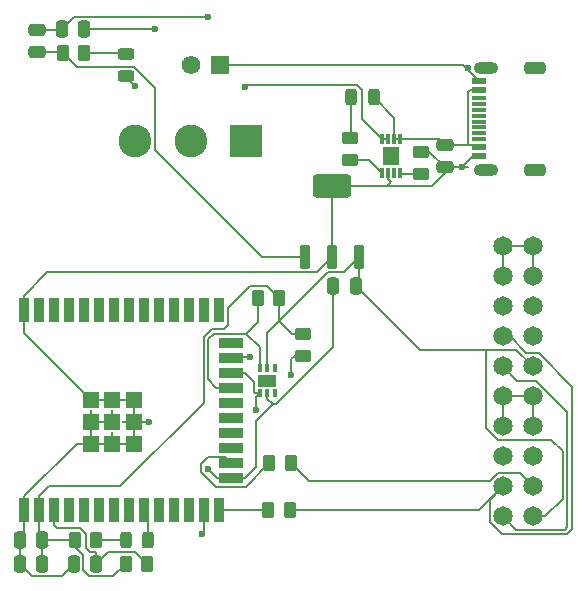
<source format=gbr>
%TF.GenerationSoftware,KiCad,Pcbnew,8.0.6-8.0.6-0~ubuntu24.04.1*%
%TF.CreationDate,2024-10-24T11:21:16+02:00*%
%TF.ProjectId,Projet1,50726f6a-6574-4312-9e6b-696361645f70,rev?*%
%TF.SameCoordinates,Original*%
%TF.FileFunction,Copper,L1,Top*%
%TF.FilePolarity,Positive*%
%FSLAX46Y46*%
G04 Gerber Fmt 4.6, Leading zero omitted, Abs format (unit mm)*
G04 Created by KiCad (PCBNEW 8.0.6-8.0.6-0~ubuntu24.04.1) date 2024-10-24 11:21:16*
%MOMM*%
%LPD*%
G01*
G04 APERTURE LIST*
G04 Aperture macros list*
%AMRoundRect*
0 Rectangle with rounded corners*
0 $1 Rounding radius*
0 $2 $3 $4 $5 $6 $7 $8 $9 X,Y pos of 4 corners*
0 Add a 4 corners polygon primitive as box body*
4,1,4,$2,$3,$4,$5,$6,$7,$8,$9,$2,$3,0*
0 Add four circle primitives for the rounded corners*
1,1,$1+$1,$2,$3*
1,1,$1+$1,$4,$5*
1,1,$1+$1,$6,$7*
1,1,$1+$1,$8,$9*
0 Add four rect primitives between the rounded corners*
20,1,$1+$1,$2,$3,$4,$5,0*
20,1,$1+$1,$4,$5,$6,$7,0*
20,1,$1+$1,$6,$7,$8,$9,0*
20,1,$1+$1,$8,$9,$2,$3,0*%
G04 Aperture macros list end*
%TA.AperFunction,SMDPad,CuDef*%
%ADD10RoundRect,0.250000X-0.450000X0.262500X-0.450000X-0.262500X0.450000X-0.262500X0.450000X0.262500X0*%
%TD*%
%TA.AperFunction,SMDPad,CuDef*%
%ADD11RoundRect,0.250000X0.262500X0.450000X-0.262500X0.450000X-0.262500X-0.450000X0.262500X-0.450000X0*%
%TD*%
%TA.AperFunction,SMDPad,CuDef*%
%ADD12RoundRect,0.250000X-0.262500X-0.450000X0.262500X-0.450000X0.262500X0.450000X-0.262500X0.450000X0*%
%TD*%
%TA.AperFunction,SMDPad,CuDef*%
%ADD13RoundRect,0.250000X0.475000X-0.250000X0.475000X0.250000X-0.475000X0.250000X-0.475000X-0.250000X0*%
%TD*%
%TA.AperFunction,SMDPad,CuDef*%
%ADD14RoundRect,0.111250X0.333750X-0.873750X0.333750X0.873750X-0.333750X0.873750X-0.333750X-0.873750X0*%
%TD*%
%TA.AperFunction,SMDPad,CuDef*%
%ADD15RoundRect,0.246250X1.348750X-0.738750X1.348750X0.738750X-1.348750X0.738750X-1.348750X-0.738750X0*%
%TD*%
%TA.AperFunction,ComponentPad*%
%ADD16R,2.775000X2.775000*%
%TD*%
%TA.AperFunction,ComponentPad*%
%ADD17C,2.775000*%
%TD*%
%TA.AperFunction,SMDPad,CuDef*%
%ADD18R,0.900000X2.000000*%
%TD*%
%TA.AperFunction,SMDPad,CuDef*%
%ADD19R,2.000000X0.900000*%
%TD*%
%TA.AperFunction,SMDPad,CuDef*%
%ADD20R,1.330000X1.330000*%
%TD*%
%TA.AperFunction,ComponentPad*%
%ADD21C,0.300000*%
%TD*%
%TA.AperFunction,SMDPad,CuDef*%
%ADD22RoundRect,0.250000X0.250000X0.475000X-0.250000X0.475000X-0.250000X-0.475000X0.250000X-0.475000X0*%
%TD*%
%TA.AperFunction,SMDPad,CuDef*%
%ADD23RoundRect,0.033750X-0.101250X0.386250X-0.101250X-0.386250X0.101250X-0.386250X0.101250X0.386250X0*%
%TD*%
%TA.AperFunction,SMDPad,CuDef*%
%ADD24R,1.430000X1.630000*%
%TD*%
%TA.AperFunction,SMDPad,CuDef*%
%ADD25R,1.150000X0.600000*%
%TD*%
%TA.AperFunction,SMDPad,CuDef*%
%ADD26R,1.150000X0.300000*%
%TD*%
%TA.AperFunction,ComponentPad*%
%ADD27O,2.100000X1.000000*%
%TD*%
%TA.AperFunction,ComponentPad*%
%ADD28RoundRect,0.250000X0.650000X-0.250000X0.650000X0.250000X-0.650000X0.250000X-0.650000X-0.250000X0*%
%TD*%
%TA.AperFunction,ComponentPad*%
%ADD29C,1.650000*%
%TD*%
%TA.AperFunction,SMDPad,CuDef*%
%ADD30RoundRect,0.243750X-0.243750X-0.456250X0.243750X-0.456250X0.243750X0.456250X-0.243750X0.456250X0*%
%TD*%
%TA.AperFunction,ComponentPad*%
%ADD31R,1.575000X1.575000*%
%TD*%
%TA.AperFunction,ComponentPad*%
%ADD32C,1.575000*%
%TD*%
%TA.AperFunction,SMDPad,CuDef*%
%ADD33RoundRect,0.250000X-0.475000X0.250000X-0.475000X-0.250000X0.475000X-0.250000X0.475000X0.250000X0*%
%TD*%
%TA.AperFunction,SMDPad,CuDef*%
%ADD34R,0.320000X0.660000*%
%TD*%
%TA.AperFunction,SMDPad,CuDef*%
%ADD35R,1.600000X1.000000*%
%TD*%
%TA.AperFunction,SMDPad,CuDef*%
%ADD36RoundRect,0.243750X0.243750X0.456250X-0.243750X0.456250X-0.243750X-0.456250X0.243750X-0.456250X0*%
%TD*%
%TA.AperFunction,SMDPad,CuDef*%
%ADD37RoundRect,0.250000X0.450000X-0.262500X0.450000X0.262500X-0.450000X0.262500X-0.450000X-0.262500X0*%
%TD*%
%TA.AperFunction,SMDPad,CuDef*%
%ADD38RoundRect,0.243750X0.456250X-0.243750X0.456250X0.243750X-0.456250X0.243750X-0.456250X-0.243750X0*%
%TD*%
%TA.AperFunction,ViaPad*%
%ADD39C,0.600000*%
%TD*%
%TA.AperFunction,Conductor*%
%ADD40C,0.200000*%
%TD*%
G04 APERTURE END LIST*
D10*
%TO.P,R11,1*%
%TO.N,+3.3V*%
X122000000Y-130087500D03*
%TO.P,R11,2*%
%TO.N,Net-(U3-SDI{slash}SD1)*%
X122000000Y-131912500D03*
%TD*%
D11*
%TO.P,R9,1*%
%TO.N,+3.3V*%
X120000000Y-127000000D03*
%TO.P,R9,2*%
%TO.N,Net-(U3-SDO{slash}SD0)*%
X118175000Y-127000000D03*
%TD*%
D12*
%TO.P,R6,1*%
%TO.N,Net-(U3-IO13)*%
X119175000Y-141000000D03*
%TO.P,R6,2*%
%TO.N,Net-(J1-Pad13)*%
X121000000Y-141000000D03*
%TD*%
D13*
%TO.P,C3,1*%
%TO.N,Net-(U2-VIN)*%
X99500000Y-106200000D03*
%TO.P,C3,2*%
%TO.N,GNDPWR*%
X99500000Y-104300000D03*
%TD*%
D14*
%TO.P,U2,1,VIN*%
%TO.N,Net-(U2-VIN)*%
X122200000Y-123550000D03*
%TO.P,U2,2,GND_(TAB)*%
%TO.N,GNDPWR*%
X124500000Y-123550000D03*
%TO.P,U2,3,VOUT*%
%TO.N,+3.3V*%
X126800000Y-123550000D03*
D15*
%TO.P,U2,4,GND_(TAB)_2*%
%TO.N,GNDPWR*%
X124500000Y-117500000D03*
%TD*%
D10*
%TO.P,R1,1*%
%TO.N,Net-(D3-Pad2)*%
X126000000Y-113500000D03*
%TO.P,R1,2*%
%TO.N,Net-(U1-STAT)*%
X126000000Y-115325000D03*
%TD*%
D16*
%TO.P,S1,1*%
%TO.N,unconnected-(S1-Pad1)*%
X117200000Y-113750000D03*
D17*
%TO.P,S1,2*%
%TO.N,VCC*%
X112500000Y-113750000D03*
%TO.P,S1,3*%
%TO.N,Net-(D1-Pad1)*%
X107800000Y-113750000D03*
%TD*%
D18*
%TO.P,U3,1,GND*%
%TO.N,GNDPWR*%
X98380000Y-145000000D03*
%TO.P,U3,2,3V3*%
%TO.N,+3.3V*%
X99650000Y-145000000D03*
%TO.P,U3,3,EN*%
%TO.N,Net-(U3-EN)*%
X100920000Y-145000000D03*
%TO.P,U3,4,SENSOR_VP*%
%TO.N,unconnected-(U3-SENSOR_VP-Pad4)*%
X102190000Y-145000000D03*
%TO.P,U3,5,SENSOR_VN*%
%TO.N,unconnected-(U3-SENSOR_VN-Pad5)*%
X103460000Y-145000000D03*
%TO.P,U3,6,IO34*%
%TO.N,unconnected-(U3-IO34-Pad6)*%
X104730000Y-145000000D03*
%TO.P,U3,7,IO35*%
%TO.N,unconnected-(U3-IO35-Pad7)*%
X106000000Y-145000000D03*
%TO.P,U3,8,IO32*%
%TO.N,unconnected-(U3-IO32-Pad8)*%
X107270000Y-145000000D03*
%TO.P,U3,9,IO33*%
%TO.N,Net-(U3-IO33)*%
X108540000Y-145000000D03*
%TO.P,U3,10,IO25*%
%TO.N,unconnected-(U3-IO25-Pad10)*%
X109810000Y-145000000D03*
%TO.P,U3,11,IO26*%
%TO.N,unconnected-(U3-IO26-Pad11)*%
X111080000Y-145000000D03*
%TO.P,U3,12,IO27*%
%TO.N,unconnected-(U3-IO27-Pad12)*%
X112350000Y-145000000D03*
%TO.P,U3,13,IO14*%
%TO.N,Net-(U3-IO14)*%
X113620000Y-145000000D03*
%TO.P,U3,14,IO12*%
%TO.N,Net-(U3-IO12)*%
X114890000Y-145000000D03*
D19*
%TO.P,U3,15,GND*%
%TO.N,GNDPWR*%
X115890000Y-142215000D03*
%TO.P,U3,16,IO13*%
%TO.N,Net-(U3-IO13)*%
X115890000Y-140945000D03*
%TO.P,U3,17,SHD/SD2*%
%TO.N,unconnected-(U3-SHD{slash}SD2-Pad17)*%
X115890000Y-139675000D03*
%TO.P,U3,18,SWP/SD3*%
%TO.N,unconnected-(U3-SWP{slash}SD3-Pad18)*%
X115890000Y-138405000D03*
%TO.P,U3,19,SCS/CMD*%
%TO.N,unconnected-(U3-SCS{slash}CMD-Pad19)*%
X115890000Y-137135000D03*
%TO.P,U3,20,SCK/CLK*%
%TO.N,unconnected-(U3-SCK{slash}CLK-Pad20)*%
X115890000Y-135865000D03*
%TO.P,U3,21,SDO/SD0*%
%TO.N,Net-(U3-SDO{slash}SD0)*%
X115890000Y-134595000D03*
%TO.P,U3,22,SDI/SD1*%
%TO.N,Net-(U3-SDI{slash}SD1)*%
X115890000Y-133325000D03*
%TO.P,U3,23,IO15*%
%TO.N,Net-(U3-IO15)*%
X115890000Y-132055000D03*
%TO.P,U3,24,IO2*%
%TO.N,unconnected-(U3-IO2-Pad24)*%
X115890000Y-130785000D03*
D18*
%TO.P,U3,25,IO0*%
%TO.N,unconnected-(U3-IO0-Pad25)*%
X114890000Y-128000000D03*
%TO.P,U3,26,IO4*%
%TO.N,unconnected-(U3-IO4-Pad26)*%
X113620000Y-128000000D03*
%TO.P,U3,27,IO16*%
%TO.N,unconnected-(U3-IO16-Pad27)*%
X112350000Y-128000000D03*
%TO.P,U3,28,IO17*%
%TO.N,unconnected-(U3-IO17-Pad28)*%
X111080000Y-128000000D03*
%TO.P,U3,29,IO5*%
%TO.N,unconnected-(U3-IO5-Pad29)*%
X109810000Y-128000000D03*
%TO.P,U3,30,IO18*%
%TO.N,unconnected-(U3-IO18-Pad30)*%
X108540000Y-128000000D03*
%TO.P,U3,31,IO19*%
%TO.N,unconnected-(U3-IO19-Pad31)*%
X107270000Y-128000000D03*
%TO.P,U3,32*%
%TO.N,N/C*%
X106000000Y-128000000D03*
%TO.P,U3,33,IO21*%
%TO.N,unconnected-(U3-IO21-Pad33)*%
X104730000Y-128000000D03*
%TO.P,U3,34,RXD0*%
%TO.N,unconnected-(U3-RXD0-Pad34)*%
X103460000Y-128000000D03*
%TO.P,U3,35,TXD0*%
%TO.N,unconnected-(U3-TXD0-Pad35)*%
X102190000Y-128000000D03*
%TO.P,U3,36,IO22*%
%TO.N,unconnected-(U3-IO22-Pad36)*%
X100920000Y-128000000D03*
%TO.P,U3,37,IO23*%
%TO.N,unconnected-(U3-IO23-Pad37)*%
X99650000Y-128000000D03*
%TO.P,U3,38,GND*%
%TO.N,GNDPWR*%
X98380000Y-128000000D03*
D20*
%TO.P,U3,39_1,GND*%
X104045000Y-139335000D03*
%TO.P,U3,39_2,GND*%
X104045000Y-137500000D03*
%TO.P,U3,39_3,GND*%
X104045000Y-135665000D03*
%TO.P,U3,39_4,GND*%
X105880000Y-139335000D03*
%TO.P,U3,39_5,GND*%
X105880000Y-137500000D03*
%TO.P,U3,39_6,GND*%
X105880000Y-135665000D03*
%TO.P,U3,39_7,GND*%
X107715000Y-139335000D03*
%TO.P,U3,39_8,GND*%
X107715000Y-137500000D03*
%TO.P,U3,39_9,GND*%
X107715000Y-135665000D03*
D21*
%TO.P,U3,39_10,GND*%
X104045000Y-138417500D03*
%TO.P,U3,39_11,GND*%
X104045000Y-136582500D03*
%TO.P,U3,39_12,GND*%
X104962500Y-139335000D03*
%TO.P,U3,39_13,GND*%
X104962500Y-137500000D03*
%TO.P,U3,39_14,GND*%
X104962500Y-135665000D03*
%TO.P,U3,39_15,GND*%
X105880000Y-138417500D03*
%TO.P,U3,39_16,GND*%
X105880000Y-136582500D03*
%TO.P,U3,39_17,GND*%
X106797500Y-139335000D03*
%TO.P,U3,39_18,GND*%
X106797500Y-137500000D03*
%TO.P,U3,39_19,GND*%
X106797500Y-135665000D03*
%TO.P,U3,39_20,GND*%
X107715000Y-138417500D03*
%TO.P,U3,39_21,GND*%
X107715000Y-136582500D03*
%TD*%
D22*
%TO.P,C2,1*%
%TO.N,VCC*%
X103500000Y-104250000D03*
%TO.P,C2,2*%
%TO.N,GNDPWR*%
X101600000Y-104250000D03*
%TD*%
D11*
%TO.P,R10,1*%
%TO.N,Net-(D2-Pad1)*%
X104500000Y-147500000D03*
%TO.P,R10,2*%
%TO.N,+3.3V*%
X102675000Y-147500000D03*
%TD*%
D23*
%TO.P,U1,1,VDD*%
%TO.N,VBUS*%
X130250000Y-113565000D03*
%TO.P,U1,2,VDD*%
X129750000Y-113565000D03*
%TO.P,U1,3,VBAT*%
%TO.N,VCC*%
X129250000Y-113565000D03*
%TO.P,U1,4,VBAT*%
X128750000Y-113565000D03*
%TO.P,U1,5,STAT*%
%TO.N,Net-(U1-STAT)*%
X128750000Y-116435000D03*
%TO.P,U1,6,VSS*%
%TO.N,GNDPWR*%
X129250000Y-116435000D03*
%TO.P,U1,7,NC*%
%TO.N,unconnected-(U1-NC-Pad7)*%
X129750000Y-116435000D03*
%TO.P,U1,8,PROG*%
%TO.N,Net-(U1-PROG)*%
X130250000Y-116435000D03*
D24*
%TO.P,U1,9,EXP*%
%TO.N,unconnected-(U1-EXP-Pad9)*%
X129500000Y-115000000D03*
%TD*%
D22*
%TO.P,C6,1*%
%TO.N,+3.3V*%
X99950000Y-149500000D03*
%TO.P,C6,2*%
%TO.N,GNDPWR*%
X98050000Y-149500000D03*
%TD*%
D25*
%TO.P,J2,A1_B12,GND*%
%TO.N,GNDPWR*%
X136925000Y-115020000D03*
%TO.P,J2,A4_B9,VBUS*%
%TO.N,VBUS*%
X136925000Y-114220000D03*
D26*
%TO.P,J2,A5,CC1*%
%TO.N,unconnected-(J2-CC1-PadA5)*%
X136925000Y-113070000D03*
%TO.P,J2,A6,DP1*%
%TO.N,unconnected-(J2-DP1-PadA6)*%
X136925000Y-112070000D03*
%TO.P,J2,A7,DN1*%
%TO.N,unconnected-(J2-DN1-PadA7)*%
X136925000Y-111570000D03*
%TO.P,J2,A8,SBU1*%
%TO.N,unconnected-(J2-SBU1-PadA8)*%
X136925000Y-110570000D03*
D25*
%TO.P,J2,B1_A12,GND*%
%TO.N,GNDPWR*%
X136925000Y-108620000D03*
%TO.P,J2,B4_A9,VBUS*%
%TO.N,VBUS*%
X136925000Y-109420000D03*
D26*
%TO.P,J2,B5,CC2*%
%TO.N,unconnected-(J2-CC2-PadB5)*%
X136925000Y-110070000D03*
%TO.P,J2,B6,DP2*%
%TO.N,unconnected-(J2-DP2-PadB6)*%
X136925000Y-111070000D03*
%TO.P,J2,B7,DN2*%
%TO.N,unconnected-(J2-DN2-PadB7)*%
X136925000Y-112570000D03*
%TO.P,J2,B8,SBU2*%
%TO.N,unconnected-(J2-SBU2-PadB8)*%
X136925000Y-113570000D03*
D27*
%TO.P,J2,SH1,SHELL_GND*%
%TO.N,GNDPWR*%
X137500000Y-116140000D03*
%TO.P,J2,SH2,SHELL_GND*%
X137500000Y-107500000D03*
D28*
%TO.P,J2,SH3,SHELL_GND*%
X141680000Y-116140000D03*
%TO.P,J2,SH4,SHELL_GND*%
X141680000Y-107500000D03*
%TD*%
D12*
%TO.P,R8,1*%
%TO.N,+3.3V*%
X107000000Y-149500000D03*
%TO.P,R8,2*%
%TO.N,Net-(U3-EN)*%
X108825000Y-149500000D03*
%TD*%
%TO.P,R3,1*%
%TO.N,Net-(U2-VIN)*%
X101675000Y-106250000D03*
%TO.P,R3,2*%
%TO.N,Net-(D1-Pad2)*%
X103500000Y-106250000D03*
%TD*%
D29*
%TO.P,J1,1*%
%TO.N,+3.3V*%
X141500000Y-145500000D03*
%TO.P,J1,2*%
%TO.N,Net-(J1-Pad12)*%
X138960000Y-145500000D03*
%TO.P,J1,3*%
%TO.N,Net-(J1-Pad13)*%
X141500000Y-142960000D03*
%TO.P,J1,4*%
%TO.N,Net-(J1-Pad14)*%
X138960000Y-142960000D03*
%TO.P,J1,5*%
%TO.N,Net-(J1-Pad15)*%
X141500000Y-140420000D03*
%TO.P,J1,6*%
%TO.N,unconnected-(J1-Pad6)*%
X138960000Y-140420000D03*
%TO.P,J1,7*%
%TO.N,GNDPWR*%
X141500000Y-137880000D03*
%TO.P,J1,8*%
X138960000Y-137880000D03*
%TO.P,J1,9*%
X141500000Y-135340000D03*
%TO.P,J1,10*%
X138960000Y-135340000D03*
%TO.P,J1,11*%
%TO.N,+3.3V*%
X141500000Y-132800000D03*
%TO.P,J1,12*%
%TO.N,Net-(J1-Pad12)*%
X138960000Y-132800000D03*
%TO.P,J1,13*%
%TO.N,Net-(J1-Pad13)*%
X141500000Y-130260000D03*
%TO.P,J1,14*%
%TO.N,Net-(J1-Pad14)*%
X138960000Y-130260000D03*
%TO.P,J1,15*%
%TO.N,Net-(J1-Pad15)*%
X141500000Y-127720000D03*
%TO.P,J1,16*%
%TO.N,unconnected-(J1-Pad16)*%
X138960000Y-127720000D03*
%TO.P,J1,17*%
%TO.N,GNDPWR*%
X141500000Y-125180000D03*
%TO.P,J1,18*%
X138960000Y-125180000D03*
%TO.P,J1,19*%
X141500000Y-122640000D03*
%TO.P,J1,20*%
X138960000Y-122640000D03*
%TD*%
D22*
%TO.P,C5,1*%
%TO.N,Net-(U3-EN)*%
X104500000Y-149500000D03*
%TO.P,C5,2*%
%TO.N,GNDPWR*%
X102600000Y-149500000D03*
%TD*%
%TO.P,C7,1*%
%TO.N,+3.3V*%
X99950000Y-147500000D03*
%TO.P,C7,2*%
%TO.N,GNDPWR*%
X98050000Y-147500000D03*
%TD*%
D30*
%TO.P,D2,1*%
%TO.N,Net-(D2-Pad1)*%
X107000000Y-147500000D03*
%TO.P,D2,2*%
%TO.N,Net-(U3-IO33)*%
X108875000Y-147500000D03*
%TD*%
D31*
%TO.P,J3,1,1*%
%TO.N,GNDPWR*%
X115000000Y-107250000D03*
D32*
%TO.P,J3,2,2*%
%TO.N,VCC*%
X112500000Y-107250000D03*
%TD*%
D33*
%TO.P,C1,1*%
%TO.N,VBUS*%
X134000000Y-114050000D03*
%TO.P,C1,2*%
%TO.N,GNDPWR*%
X134000000Y-115950000D03*
%TD*%
D12*
%TO.P,R5,1*%
%TO.N,Net-(U3-IO12)*%
X119087500Y-145000000D03*
%TO.P,R5,2*%
%TO.N,Net-(J1-Pad14)*%
X120912500Y-145000000D03*
%TD*%
D34*
%TO.P,U4,1,SCL*%
%TO.N,Net-(U3-SDI{slash}SD1)*%
X118350000Y-135025000D03*
%TO.P,U4,2,GND*%
%TO.N,GNDPWR*%
X119000000Y-135025000D03*
%TO.P,U4,3,ALERT*%
%TO.N,unconnected-(U4-ALERT-Pad3)*%
X119650000Y-135025000D03*
%TO.P,U4,4,ADDO*%
%TO.N,unconnected-(U4-ADDO-Pad4)*%
X119650000Y-132975000D03*
%TO.P,U4,5,V+*%
%TO.N,+3.3V*%
X119000000Y-132975000D03*
%TO.P,U4,6,SDA*%
%TO.N,Net-(U3-SDO{slash}SD0)*%
X118350000Y-132975000D03*
D35*
%TO.P,U4,7*%
%TO.N,N/C*%
X119000000Y-134000000D03*
%TD*%
D36*
%TO.P,D3,1*%
%TO.N,VBUS*%
X128000000Y-110000000D03*
%TO.P,D3,2*%
%TO.N,Net-(D3-Pad2)*%
X126125000Y-110000000D03*
%TD*%
D22*
%TO.P,C4,1*%
%TO.N,+3.3V*%
X126500000Y-126000000D03*
%TO.P,C4,2*%
%TO.N,GNDPWR*%
X124600000Y-126000000D03*
%TD*%
D37*
%TO.P,R2,1*%
%TO.N,Net-(U1-PROG)*%
X132000000Y-116500000D03*
%TO.P,R2,2*%
%TO.N,GNDPWR*%
X132000000Y-114675000D03*
%TD*%
D38*
%TO.P,D1,1*%
%TO.N,Net-(D1-Pad1)*%
X107000000Y-108250000D03*
%TO.P,D1,2*%
%TO.N,Net-(D1-Pad2)*%
X107000000Y-106375000D03*
%TD*%
D39*
%TO.N,Net-(U3-SDI{slash}SD1)*%
X118000000Y-136500000D03*
X121000000Y-133500000D03*
%TO.N,GNDPWR*%
X109000000Y-137500000D03*
X114000000Y-141500000D03*
X113975000Y-103225000D03*
X136000000Y-107500000D03*
X135500000Y-115950000D03*
%TO.N,VCC*%
X117125000Y-109125000D03*
X109500000Y-104250000D03*
%TO.N,Net-(D1-Pad1)*%
X107800000Y-109050000D03*
%TO.N,Net-(U3-IO14)*%
X113500000Y-147000000D03*
%TO.N,Net-(U3-IO15)*%
X117500000Y-132000000D03*
%TD*%
D40*
%TO.N,Net-(U3-SDI{slash}SD1)*%
X118000000Y-136500000D02*
X118000000Y-135375000D01*
X121000000Y-132212500D02*
X121000000Y-133500000D01*
X121300000Y-131912500D02*
X121000000Y-132212500D01*
X122000000Y-131912500D02*
X121300000Y-131912500D01*
X118000000Y-135375000D02*
X118350000Y-135025000D01*
%TO.N,+3.3V*%
X122000000Y-130087500D02*
X121087500Y-130087500D01*
X121087500Y-130087500D02*
X120000000Y-129000000D01*
X114299314Y-129635000D02*
X115305000Y-129635000D01*
X115305000Y-129635000D02*
X115640000Y-129300000D01*
X115640000Y-129300000D02*
X115640000Y-127860000D01*
X115640000Y-127860000D02*
X117500000Y-126000000D01*
X117500000Y-126000000D02*
X119000000Y-126000000D01*
X119000000Y-126000000D02*
X120000000Y-127000000D01*
X124165000Y-124835000D02*
X119500000Y-129500000D01*
X119500000Y-129500000D02*
X119000000Y-130000000D01*
X120000000Y-129000000D02*
X119500000Y-129500000D01*
X120000000Y-127000000D02*
X120000000Y-129000000D01*
%TO.N,Net-(U3-SDO{slash}SD0)*%
X118175000Y-127000000D02*
X118175000Y-129050000D01*
X118175000Y-129050000D02*
X117190000Y-130035000D01*
%TO.N,+3.3V*%
X126800000Y-125700000D02*
X126500000Y-126000000D01*
X107000000Y-149500000D02*
X105975000Y-150525000D01*
X138494009Y-139005000D02*
X143005000Y-139005000D01*
X100450000Y-148000000D02*
X99950000Y-147500000D01*
X119000000Y-131000000D02*
X119000000Y-132975000D01*
X103400000Y-150000000D02*
X103400000Y-148790256D01*
X99650000Y-145000000D02*
X99650000Y-143800000D01*
X137500000Y-138010991D02*
X138494009Y-139005000D01*
X131885000Y-131385000D02*
X137500000Y-131385000D01*
X113600000Y-135900000D02*
X113600000Y-130334314D01*
X103925000Y-150525000D02*
X103400000Y-150000000D01*
X99650000Y-143800000D02*
X100485000Y-142965000D01*
X103400000Y-148790256D02*
X102675000Y-148065256D01*
X99650000Y-145000000D02*
X99650000Y-147200000D01*
X119000000Y-130000000D02*
X119000000Y-131000000D01*
X105975000Y-150525000D02*
X103925000Y-150525000D01*
X119000000Y-130500000D02*
X119000000Y-131000000D01*
X102675000Y-147500000D02*
X99950000Y-147500000D01*
X99650000Y-147200000D02*
X99950000Y-147500000D01*
X144000000Y-140000000D02*
X144000000Y-144000000D01*
X100485000Y-142965000D02*
X106535000Y-142965000D01*
X102675000Y-148065256D02*
X102675000Y-147500000D01*
X137500000Y-131385000D02*
X140085000Y-131385000D01*
X126800000Y-123550000D02*
X126800000Y-125700000D01*
X126800000Y-123550000D02*
X125515000Y-124835000D01*
X113600000Y-130334314D02*
X114299314Y-129635000D01*
X144000000Y-144000000D02*
X142500000Y-145500000D01*
X126500000Y-126000000D02*
X131885000Y-131385000D01*
X140085000Y-131385000D02*
X141500000Y-132800000D01*
X142500000Y-145500000D02*
X141500000Y-145500000D01*
X125515000Y-124835000D02*
X124165000Y-124835000D01*
X143005000Y-139005000D02*
X144000000Y-140000000D01*
X113600000Y-135900000D02*
X106535000Y-142965000D01*
X99950000Y-149500000D02*
X99950000Y-147500000D01*
X137500000Y-131385000D02*
X137500000Y-138010991D01*
%TO.N,GNDPWR*%
X124500000Y-117500000D02*
X124500000Y-123550000D01*
X138960000Y-122640000D02*
X138960000Y-125180000D01*
X98380000Y-143800000D02*
X102845000Y-139335000D01*
X101600000Y-104250000D02*
X102625000Y-103225000D01*
X104045000Y-137500000D02*
X105880000Y-137500000D01*
X136925000Y-115020000D02*
X136430000Y-115020000D01*
X137500000Y-107500000D02*
X138050000Y-107500000D01*
X115890000Y-142215000D02*
X114715000Y-142215000D01*
X141680000Y-122460000D02*
X141500000Y-122640000D01*
X132000000Y-114675000D02*
X132725000Y-114675000D01*
X114715000Y-142215000D02*
X114000000Y-141500000D01*
X102845000Y-139335000D02*
X104045000Y-139335000D01*
X118000000Y-141305000D02*
X118000000Y-137445000D01*
X136430000Y-115020000D02*
X135500000Y-115950000D01*
X138960000Y-135340000D02*
X138960000Y-137880000D01*
X98380000Y-145120000D02*
X98050000Y-145450000D01*
X129164572Y-117500000D02*
X129509572Y-117155000D01*
X98380000Y-147170000D02*
X98050000Y-147500000D01*
X107715000Y-137500000D02*
X107715000Y-139335000D01*
X105880000Y-136582500D02*
X105880000Y-137500000D01*
X98380000Y-128000000D02*
X98380000Y-130000000D01*
X107715000Y-137500000D02*
X106797500Y-137500000D01*
X99075000Y-150525000D02*
X98050000Y-149500000D01*
X105880000Y-135665000D02*
X107715000Y-135665000D01*
X119765000Y-136000000D02*
X119445000Y-136000000D01*
X98380000Y-145000000D02*
X98380000Y-143800000D01*
X124500000Y-117500000D02*
X129164572Y-117500000D01*
X129509572Y-117155000D02*
X129250000Y-116895428D01*
X98380000Y-130000000D02*
X104045000Y-135665000D01*
X102600000Y-149500000D02*
X101575000Y-150525000D01*
X134000000Y-116450000D02*
X132950000Y-117500000D01*
X132725000Y-114675000D02*
X134000000Y-115950000D01*
X132950000Y-117500000D02*
X129164572Y-117500000D01*
X117090000Y-142215000D02*
X118000000Y-141305000D01*
X107715000Y-139335000D02*
X105880000Y-139335000D01*
X100345000Y-124835000D02*
X123215000Y-124835000D01*
X129250000Y-116895428D02*
X129250000Y-116435000D01*
X109000000Y-137500000D02*
X107715000Y-137500000D01*
X118000000Y-137445000D02*
X119445000Y-136000000D01*
X135500000Y-115950000D02*
X135995000Y-115950000D01*
X134000000Y-115950000D02*
X134000000Y-116450000D01*
X102625000Y-103225000D02*
X113975000Y-103225000D01*
X98380000Y-128000000D02*
X98380000Y-126800000D01*
X104045000Y-137500000D02*
X104045000Y-136582500D01*
X98380000Y-126800000D02*
X100345000Y-124835000D01*
X124600000Y-126000000D02*
X124600000Y-131165000D01*
X135555000Y-107250000D02*
X136925000Y-108620000D01*
X134000000Y-115950000D02*
X135500000Y-115950000D01*
X119445000Y-136000000D02*
X119000000Y-135555000D01*
X104045000Y-135665000D02*
X105880000Y-135665000D01*
X123215000Y-124835000D02*
X124500000Y-123550000D01*
X115000000Y-107250000D02*
X135555000Y-107250000D01*
X141500000Y-122640000D02*
X138960000Y-122640000D01*
X138960000Y-135340000D02*
X141500000Y-135340000D01*
X104045000Y-139335000D02*
X104045000Y-137500000D01*
X105880000Y-138417500D02*
X105880000Y-139335000D01*
X105880000Y-139335000D02*
X104045000Y-139335000D01*
X124500000Y-125900000D02*
X124600000Y-126000000D01*
X107715000Y-135665000D02*
X107715000Y-137500000D01*
X101575000Y-150525000D02*
X99075000Y-150525000D01*
X141500000Y-122640000D02*
X141500000Y-125180000D01*
X98380000Y-145000000D02*
X98380000Y-145120000D01*
X99500000Y-104300000D02*
X101550000Y-104300000D01*
X119000000Y-135555000D02*
X119000000Y-135025000D01*
X101550000Y-104300000D02*
X101600000Y-104250000D01*
X141500000Y-135340000D02*
X141500000Y-137880000D01*
X98050000Y-149500000D02*
X98050000Y-147500000D01*
X98380000Y-145000000D02*
X98380000Y-147170000D01*
X124600000Y-131165000D02*
X119765000Y-136000000D01*
X115890000Y-142215000D02*
X117090000Y-142215000D01*
%TO.N,Net-(J1-Pad14)*%
X138894009Y-147025000D02*
X137835000Y-145965991D01*
X144800000Y-146565686D02*
X144340686Y-147025000D01*
X137835000Y-144085000D02*
X138960000Y-142960000D01*
X139525686Y-130260000D02*
X140940686Y-131675000D01*
X120912500Y-145000000D02*
X136920000Y-145000000D01*
X141965991Y-131675000D02*
X144800000Y-134509009D01*
X136920000Y-145000000D02*
X138960000Y-142960000D01*
X140940686Y-131675000D02*
X141965991Y-131675000D01*
X144800000Y-134509009D02*
X144800000Y-146565686D01*
X137835000Y-145965991D02*
X137835000Y-144085000D01*
X144340686Y-147025000D02*
X138894009Y-147025000D01*
X138960000Y-130260000D02*
X139525686Y-130260000D01*
%TO.N,Net-(J1-Pad12)*%
X138960000Y-145500000D02*
X140085000Y-146625000D01*
X144400000Y-136649009D02*
X141750991Y-134000000D01*
X140160000Y-134000000D02*
X138960000Y-132800000D01*
X144400000Y-146400000D02*
X144400000Y-136649009D01*
X144175000Y-146625000D02*
X144400000Y-146400000D01*
X141750991Y-134000000D02*
X140160000Y-134000000D01*
X140085000Y-146625000D02*
X144175000Y-146625000D01*
%TO.N,Net-(J1-Pad13)*%
X121000000Y-141000000D02*
X122500000Y-142500000D01*
X138494009Y-141835000D02*
X140375000Y-141835000D01*
X137829009Y-142500000D02*
X138494009Y-141835000D01*
X140375000Y-141835000D02*
X141500000Y-142960000D01*
X122500000Y-142500000D02*
X137829009Y-142500000D01*
%TO.N,VBUS*%
X136000000Y-114050000D02*
X136755000Y-114050000D01*
X129750000Y-111750000D02*
X129750000Y-113565000D01*
X129750000Y-113565000D02*
X133515000Y-113565000D01*
X136000000Y-109570000D02*
X136000000Y-114050000D01*
X136925000Y-109420000D02*
X136150000Y-109420000D01*
X134000000Y-114050000D02*
X136000000Y-114050000D01*
X133515000Y-113565000D02*
X134000000Y-114050000D01*
X128000000Y-110000000D02*
X129750000Y-111750000D01*
X136755000Y-114050000D02*
X136925000Y-114220000D01*
X136150000Y-109420000D02*
X136000000Y-109570000D01*
%TO.N,VCC*%
X109500000Y-104250000D02*
X103500000Y-104250000D01*
X117250000Y-109000000D02*
X126600732Y-109000000D01*
X127000000Y-109399268D02*
X127000000Y-111815000D01*
X127000000Y-111815000D02*
X128750000Y-113565000D01*
X126600732Y-109000000D02*
X127000000Y-109399268D01*
X129250000Y-113565000D02*
X128750000Y-113565000D01*
%TO.N,Net-(U2-VIN)*%
X107688232Y-107462500D02*
X109487500Y-109261768D01*
X118550000Y-123550000D02*
X122200000Y-123550000D01*
X109487500Y-109261768D02*
X109487500Y-114487500D01*
X101625000Y-106200000D02*
X101675000Y-106250000D01*
X102887500Y-107462500D02*
X107688232Y-107462500D01*
X99500000Y-106200000D02*
X101625000Y-106200000D01*
X101675000Y-106250000D02*
X102887500Y-107462500D01*
X109487500Y-114487500D02*
X118550000Y-123550000D01*
%TO.N,Net-(U3-EN)*%
X100920000Y-145000000D02*
X100920000Y-146200000D01*
X103687500Y-147015256D02*
X103687500Y-148184744D01*
X103172244Y-146500000D02*
X103687500Y-147015256D01*
X100920000Y-146200000D02*
X101220000Y-146500000D01*
X101220000Y-146500000D02*
X103172244Y-146500000D01*
X105500000Y-148500000D02*
X107825000Y-148500000D01*
X104500000Y-149500000D02*
X105500000Y-148500000D01*
X107825000Y-148500000D02*
X108825000Y-149500000D01*
X103687500Y-148184744D02*
X104002756Y-148500000D01*
X104002756Y-148500000D02*
X104500000Y-148500000D01*
X104500000Y-148500000D02*
X104500000Y-149500000D01*
%TO.N,Net-(D1-Pad1)*%
X107000000Y-108250000D02*
X107800000Y-109050000D01*
%TO.N,Net-(D1-Pad2)*%
X106875000Y-106250000D02*
X107000000Y-106375000D01*
X103500000Y-106250000D02*
X106875000Y-106250000D01*
%TO.N,Net-(D2-Pad1)*%
X107000000Y-147500000D02*
X104500000Y-147500000D01*
%TO.N,Net-(U3-IO33)*%
X108540000Y-148085000D02*
X108500000Y-148125000D01*
X108875000Y-147500000D02*
X108875000Y-145335000D01*
X108875000Y-145335000D02*
X108540000Y-145000000D01*
%TO.N,Net-(D3-Pad2)*%
X126125000Y-110000000D02*
X126125000Y-113375000D01*
X126125000Y-113375000D02*
X126000000Y-113500000D01*
%TO.N,Net-(U1-STAT)*%
X126000000Y-115325000D02*
X127640000Y-115325000D01*
X127640000Y-115325000D02*
X128750000Y-116435000D01*
%TO.N,Net-(U1-PROG)*%
X132000000Y-116500000D02*
X130315000Y-116500000D01*
X130315000Y-116500000D02*
X130250000Y-116435000D01*
%TO.N,Net-(U3-IO14)*%
X113620000Y-145000000D02*
X113620000Y-146880000D01*
X113620000Y-146880000D02*
X113500000Y-147000000D01*
%TO.N,Net-(U3-IO12)*%
X114890000Y-145000000D02*
X119087500Y-145000000D01*
%TO.N,Net-(U3-IO13)*%
X117175000Y-143000000D02*
X119175000Y-141000000D01*
X113400000Y-141100000D02*
X113400000Y-141775000D01*
X114625000Y-143000000D02*
X117175000Y-143000000D01*
X114000000Y-140500000D02*
X113400000Y-141100000D01*
X113400000Y-141775000D02*
X114625000Y-143000000D01*
X115445000Y-140500000D02*
X114000000Y-140500000D01*
X115890000Y-140945000D02*
X115445000Y-140500000D01*
%TO.N,Net-(U3-IO15)*%
X117500000Y-132000000D02*
X116000000Y-132000000D01*
%TO.N,Net-(U3-SDO{slash}SD0)*%
X114000000Y-130500000D02*
X114000000Y-133905000D01*
X114465000Y-130035000D02*
X114000000Y-130500000D01*
X117190000Y-130035000D02*
X114465000Y-130035000D01*
X114000000Y-133905000D02*
X114690000Y-134595000D01*
X118350000Y-131195000D02*
X117190000Y-130035000D01*
X118350000Y-132975000D02*
X118350000Y-131195000D01*
X114690000Y-134595000D02*
X115890000Y-134595000D01*
%TO.N,Net-(U3-SDI{slash}SD1)*%
X117900000Y-134935000D02*
X117900000Y-134135000D01*
X117990000Y-135025000D02*
X117900000Y-134935000D01*
X117090000Y-133325000D02*
X115890000Y-133325000D01*
X117900000Y-134135000D02*
X117090000Y-133325000D01*
X118350000Y-135025000D02*
X117990000Y-135025000D01*
%TD*%
M02*

</source>
